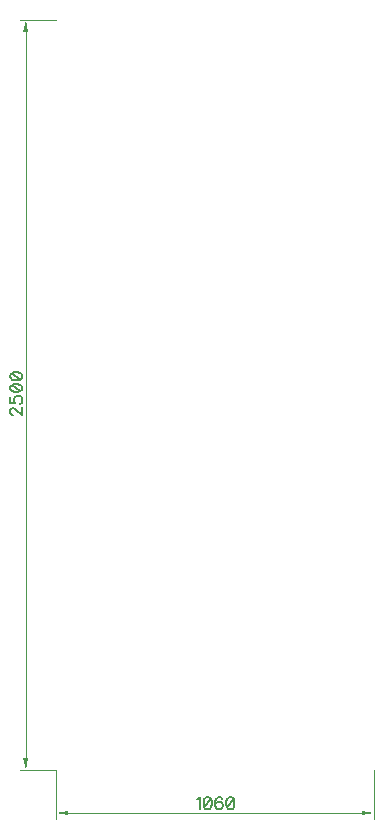
<source format=gbr>
%TF.GenerationSoftware,Novarm,DipTrace Beta,2.9.0.1*%
%TF.CreationDate,2015-11-14T18:19:03-04:00*%
%FSLAX35Y35*%
%MOMM*%
%TF.FileFunction,Drawing,Top*%
%TF.Part,Single*%
%ADD13C,0.035*%
%ADD95C,0.15686*%
G75*
G01*
%LPD*%
X1000001Y1000001D2*
D13*
Y584627D1*
X3692401Y1000001D2*
Y584627D1*
X2346201Y634627D2*
X1100001D1*
G36*
X1000001D2*
X1100001Y654627D1*
Y614627D1*
X1000001Y634627D1*
G37*
X2346201D2*
D13*
X3592401D1*
G36*
X3692401D2*
X3592401Y614627D1*
Y654627D1*
X3692401Y634627D1*
G37*
X1000001Y7350001D2*
D13*
X696001D1*
X1000001Y1000001D2*
X696001D1*
X746001Y4175001D2*
Y7250001D1*
G36*
Y7350001D2*
X766001Y7250001D1*
X726001D1*
X746001Y7350001D1*
G37*
Y4175001D2*
D13*
Y1100001D1*
G36*
Y1000001D2*
X726001Y1100001D1*
X766001D1*
X746001Y1000001D1*
G37*
X2195183Y748189D2*
D95*
X2204953Y753130D1*
X2219553Y767618D1*
Y665643D1*
X2280126Y767618D2*
X2265526Y762789D1*
X2255755Y748189D1*
X2250926Y723930D1*
Y709330D1*
X2255755Y685072D1*
X2265526Y670472D1*
X2280126Y665643D1*
X2289784D1*
X2304384Y670472D1*
X2314043Y685072D1*
X2318984Y709330D1*
Y723930D1*
X2314043Y748189D1*
X2304384Y762789D1*
X2289784Y767618D1*
X2280126D1*
X2314043Y748189D2*
X2255755Y685072D1*
X2408645Y753130D2*
X2403815Y762789D1*
X2389215Y767618D1*
X2379557D1*
X2364957Y762789D1*
X2355186Y748189D1*
X2350357Y723930D1*
Y699672D1*
X2355186Y680243D1*
X2364957Y670472D1*
X2379557Y665643D1*
X2384386D1*
X2398874Y670472D1*
X2408645Y680243D1*
X2413474Y694843D1*
Y699672D1*
X2408645Y714272D1*
X2398874Y723930D1*
X2384386Y728759D1*
X2379557D1*
X2364957Y723930D1*
X2355186Y714272D1*
X2350357Y699672D1*
X2474046Y767618D2*
X2459446Y762789D1*
X2449676Y748189D1*
X2444846Y723930D1*
Y709330D1*
X2449676Y685072D1*
X2459446Y670472D1*
X2474046Y665643D1*
X2483705D1*
X2498305Y670472D1*
X2507963Y685072D1*
X2512905Y709330D1*
Y723930D1*
X2507963Y748189D1*
X2498305Y762789D1*
X2483705Y767618D1*
X2474046D1*
X2507963Y748189D2*
X2449676Y685072D1*
X637268Y4004609D2*
X632439D1*
X622668Y4009439D1*
X617839Y4014268D1*
X613010Y4024039D1*
Y4043468D1*
X617839Y4053126D1*
X622668Y4057956D1*
X632439Y4062897D1*
X642098D1*
X651868Y4057956D1*
X666356Y4048297D1*
X714985Y3999668D1*
Y4067726D1*
X613010Y4157387D2*
Y4108870D1*
X656698Y4104040D1*
X651868Y4108870D1*
X646927Y4123470D1*
Y4137957D1*
X651868Y4152557D1*
X661527Y4162328D1*
X676127Y4167157D1*
X685785D1*
X700385Y4162328D1*
X710156Y4152557D1*
X714985Y4137957D1*
Y4123470D1*
X710156Y4108870D1*
X705214Y4104040D1*
X695556Y4099099D1*
X613010Y4227730D2*
X617839Y4213130D1*
X632439Y4203359D1*
X656698Y4198530D1*
X671298D1*
X695556Y4203359D1*
X710156Y4213130D1*
X714985Y4227730D1*
Y4237388D1*
X710156Y4251988D1*
X695556Y4261647D1*
X671298Y4266588D1*
X656698D1*
X632439Y4261647D1*
X617839Y4251988D1*
X613010Y4237388D1*
Y4227730D1*
X632439Y4261647D2*
X695556Y4203359D1*
X613010Y4327161D2*
X617839Y4312561D1*
X632439Y4302790D1*
X656698Y4297961D1*
X671298D1*
X695556Y4302790D1*
X710156Y4312561D1*
X714985Y4327161D1*
Y4336819D1*
X710156Y4351419D1*
X695556Y4361078D1*
X671298Y4366019D1*
X656698D1*
X632439Y4361078D1*
X617839Y4351419D1*
X613010Y4336819D1*
Y4327161D1*
X632439Y4361078D2*
X695556Y4302790D1*
M02*

</source>
